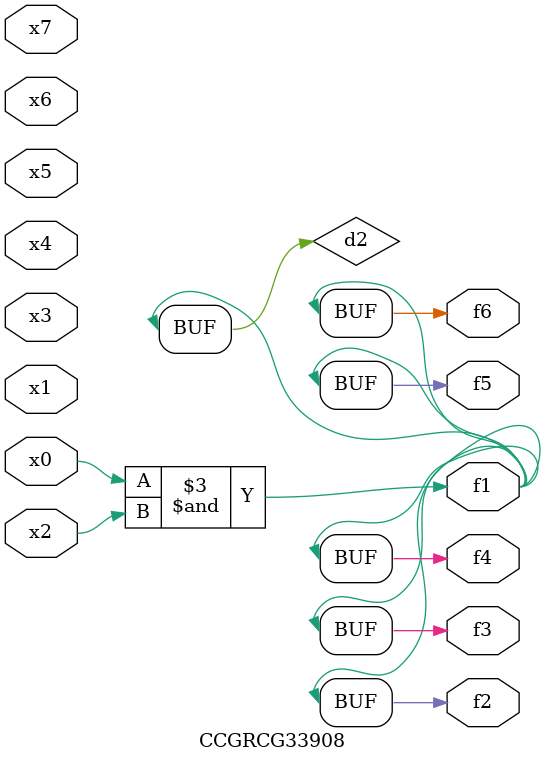
<source format=v>
module CCGRCG33908(
	input x0, x1, x2, x3, x4, x5, x6, x7,
	output f1, f2, f3, f4, f5, f6
);

	wire d1, d2;

	nor (d1, x3, x6);
	and (d2, x0, x2);
	assign f1 = d2;
	assign f2 = d2;
	assign f3 = d2;
	assign f4 = d2;
	assign f5 = d2;
	assign f6 = d2;
endmodule

</source>
